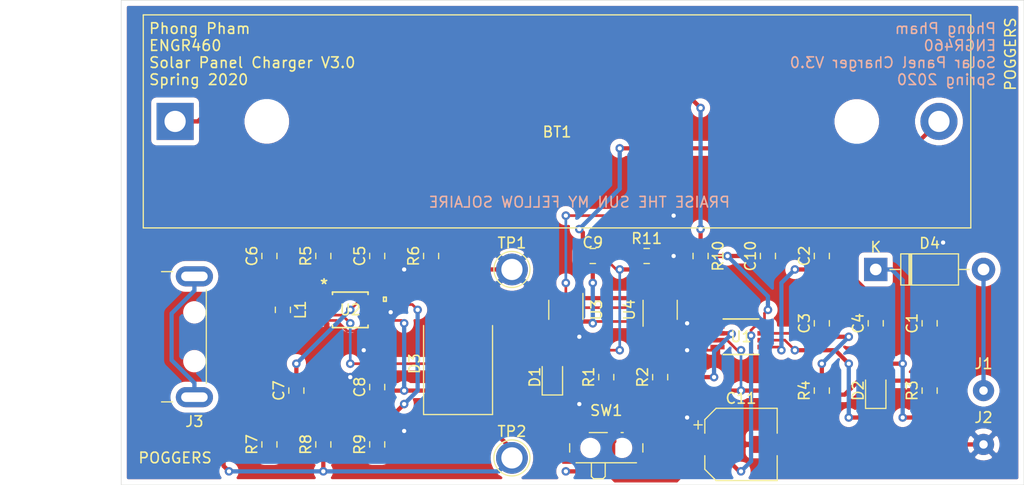
<source format=kicad_pcb>
(kicad_pcb (version 20171130) (host pcbnew "(5.1.2-1)-1")
  (layers (0 F.Cu signal) (31 B.Cu signal) (34 B.Paste user) (35 F.Paste user) (36 B.SilkS user) (37 F.SilkS user) (38 B.Mask user) (39 F.Mask user) (44 Edge.Cuts user))
  (net 0 "")
  (net 1 "Net-(BT1-Pad1)")
  (net 2 "Net-(C1-Pad2)")
  (net 3 "Net-(C1-Pad1)")
  (net 4 "Net-(C2-Pad1)")
  (net 5 "Net-(C3-Pad2)")
  (net 6 "Net-(C3-Pad1)")
  (net 7 "Net-(C7-Pad2)")
  (net 8 "Net-(C7-Pad1)")
  (net 9 "Net-(C8-Pad1)")
  (net 10 "Net-(C9-Pad1)")
  (net 11 "Net-(D1-Pad2)")
  (net 12 "Net-(D1-Pad1)")
  (net 13 "Net-(D2-Pad2)")
  (net 14 "Net-(D2-Pad1)")
  (net 15 "Net-(D3-Pad2)")
  (net 16 "Net-(D4-Pad2)")
  (net 17 "Net-(J3-Pad5)")
  (net 18 "Net-(J3-Pad3)")
  (net 19 "Net-(J3-Pad2)")
  (net 20 "Net-(L1-Pad1)")
  (net 21 "Net-(R2-Pad2)")
  (net 22 "Net-(R6-Pad1)")
  (net 23 "Net-(R7-Pad1)")
  (net 24 "Net-(R11-Pad1)")
  (net 25 "Net-(SW1-Pad3)")
  (net 26 "Net-(U2-Pad2)")
  (net 27 "Net-(U3-Pad4)")
  (net 28 "Net-(U3-Pad3)")
  (net 29 "Net-(U3-Pad1)")
  (net 30 "Net-(U4-Pad5)")
  (net 31 "Net-(U4-Pad2)")
  (net 32 "Net-(D4-Pad1)")
  (net 33 GND)
  (net 34 "Net-(BT1-Pad2)")
  (module Package_TO_SOT_SMD:SOT-23-6 (layer F.Cu) (at 137.16 129.54 90)
    (fp_text reference U4 (at 0 -2.9 90) (layer F.SilkS))
    (fp_text value DMG6968UDM)
    (pad 5 smd rect (at 1.1 0 90) (size 1.06 0.65) (layers F.Cu F.Paste F.Mask) (net 30 "Net-(U4-Pad5)"))
    (pad 6 smd rect (at 1.1 -0.95 90) (size 1.06 0.65) (layers F.Cu F.Paste F.Mask) (net 29 "Net-(U3-Pad1)"))
    (pad 4 smd rect (at 1.1 0.95 90) (size 1.06 0.65) (layers F.Cu F.Paste F.Mask) (net 28 "Net-(U3-Pad3)"))
    (pad 3 smd rect (at -1.1 0.95 90) (size 1.06 0.65) (layers F.Cu F.Paste F.Mask) (net 33 GND))
    (pad 2 smd rect (at -1.1 0 90) (size 1.06 0.65) (layers F.Cu F.Paste F.Mask) (net 31 "Net-(U4-Pad2)"))
    (pad 1 smd rect (at -1.1 -0.95 90) (size 1.06 0.65) (layers F.Cu F.Paste F.Mask) (net 34 "Net-(BT1-Pad2)"))
  )
  (module Capacitor_SMD:C_0805_2012Metric (layer F.Cu) (at 130.81 124.46 180)
    (fp_text reference C9 (at 0 1.27) (layer F.SilkS))
    (fp_text value 0.1)
    (pad 2 smd roundrect (at 0.9375 0 180) (size 0.975 1.4) (layers F.Cu F.Paste F.Mask) (net 34 "Net-(BT1-Pad2)"))
    (pad 1 smd roundrect (at -0.9375 0 180) (size 0.975 1.4) (layers F.Cu F.Paste F.Mask) (net 10 "Net-(C9-Pad1)"))
  )
  (module footprints:LTC4052EMS8E-4.2-PBF (layer F.Cu) (at 144.78 132.08)
    (fp_text reference U1 (at 0 0) (layer F.SilkS))
    (fp_text value LTC4052EMS8E-4.2-PBF hide)
    (pad 1 smd rect (at -2.21615 -0.97536) (size 1.3335 0.4318) (layers F.Cu F.Paste F.Mask) (net 21 "Net-(R2-Pad2)"))
    (pad 2 smd rect (at -2.21615 -0.32512) (size 1.3335 0.4318) (layers F.Cu F.Paste F.Mask) (net 12 "Net-(D1-Pad1)"))
    (pad 3 smd rect (at -2.21615 0.32512) (size 1.3335 0.4318) (layers F.Cu F.Paste F.Mask) (net 32 "Net-(D4-Pad1)"))
    (pad 4 smd rect (at -2.21615 0.97536) (size 1.3335 0.4318) (layers F.Cu F.Paste F.Mask) (net 33 GND))
    (pad 5 smd rect (at 2.21615 0.97536) (size 1.3335 0.4318) (layers F.Cu F.Paste F.Mask) (net 4 "Net-(C2-Pad1)"))
    (pad 6 smd rect (at 2.21615 0.32512) (size 1.3335 0.4318) (layers F.Cu F.Paste F.Mask) (net 14 "Net-(D2-Pad1)"))
    (pad 7 smd rect (at 2.21615 -0.32512) (size 1.3335 0.4318) (layers F.Cu F.Paste F.Mask) (net 5 "Net-(C3-Pad2)"))
    (pad 8 smd rect (at 2.21615 -0.97536) (size 1.3335 0.4318) (layers F.Cu F.Paste F.Mask) (net 1 "Net-(BT1-Pad1)"))
  )
  (module Package_TO_SOT_SMD:SOT-23-6 (layer F.Cu) (at 128.27 129.54 270)
    (fp_text reference U3 (at 0 -2.9 90) (layer F.SilkS))
    (fp_text value S-8261)
    (pad 5 smd rect (at 1.1 0 270) (size 1.06 0.65) (layers F.Cu F.Paste F.Mask) (net 10 "Net-(C9-Pad1)"))
    (pad 6 smd rect (at 1.1 -0.95 270) (size 1.06 0.65) (layers F.Cu F.Paste F.Mask) (net 34 "Net-(BT1-Pad2)"))
    (pad 4 smd rect (at 1.1 0.95 270) (size 1.06 0.65) (layers F.Cu F.Paste F.Mask) (net 27 "Net-(U3-Pad4)"))
    (pad 3 smd rect (at -1.1 0.95 270) (size 1.06 0.65) (layers F.Cu F.Paste F.Mask) (net 28 "Net-(U3-Pad3)"))
    (pad 2 smd rect (at -1.1 0 270) (size 1.06 0.65) (layers F.Cu F.Paste F.Mask) (net 24 "Net-(R11-Pad1)"))
    (pad 1 smd rect (at -1.1 -0.95 270) (size 1.06 0.65) (layers F.Cu F.Paste F.Mask) (net 29 "Net-(U3-Pad1)"))
  )
  (module footprints:LTC3440EMS-PBF (layer F.Cu) (at 107.95 129.54)
    (fp_text reference U2 (at 0 0 180) (layer F.SilkS))
    (fp_text value LTC3440EMS-PBF hide)
    (fp_text user * (at -2.47015 -2.37236) (layer F.SilkS))
    (fp_text user * (at -2.47015 -2.37236) (layer F.SilkS))
    (pad 10 smd rect (at 2.21615 -1.00076) (size 1.3335 0.2286) (layers F.Cu F.Paste F.Mask) (net 7 "Net-(C7-Pad2)"))
    (pad 9 smd rect (at 2.21615 -0.50038) (size 1.3335 0.2286) (layers F.Cu F.Paste F.Mask) (net 23 "Net-(R7-Pad1)"))
    (pad 8 smd rect (at 2.21615 0) (size 1.3335 0.2286) (layers F.Cu F.Paste F.Mask) (net 33 GND))
    (pad 7 smd rect (at 2.21615 0.50038) (size 1.3335 0.2286) (layers F.Cu F.Paste F.Mask) (net 33 GND))
    (pad 6 smd rect (at 2.21615 1.00076) (size 1.3335 0.2286) (layers F.Cu F.Paste F.Mask) (net 9 "Net-(C8-Pad1)"))
    (pad 5 smd rect (at -2.21615 1.00076) (size 1.3335 0.2286) (layers F.Cu F.Paste F.Mask) (net 33 GND))
    (pad 4 smd rect (at -2.21615 0.50038) (size 1.3335 0.2286) (layers F.Cu F.Paste F.Mask) (net 15 "Net-(D3-Pad2)"))
    (pad 3 smd rect (at -2.21615 0) (size 1.3335 0.2286) (layers F.Cu F.Paste F.Mask) (net 20 "Net-(L1-Pad1)"))
    (pad 2 smd rect (at -2.21615 -0.50038) (size 1.3335 0.2286) (layers F.Cu F.Paste F.Mask) (net 26 "Net-(U2-Pad2)"))
    (pad 1 smd rect (at -2.21615 -1.00076) (size 1.3335 0.2286) (layers F.Cu F.Paste F.Mask) (net 22 "Net-(R6-Pad1)"))
  )
  (module TestPoint:TestPoint_Plated_Hole_D2.0mm (layer F.Cu) (at 123.19 143.51)
    (fp_text reference TP2 (at 0 -2.498) (layer F.SilkS))
    (fp_text value Vo)
    (pad 1 thru_hole circle (at 0 0) (size 3 3) (drill 2) (layers *.Cu *.Mask) (net 9 "Net-(C8-Pad1)"))
  )
  (module TestPoint:TestPoint_Plated_Hole_D2.0mm (layer F.Cu) (at 123.19 125.73)
    (fp_text reference TP1 (at 0 -2.498) (layer F.SilkS))
    (fp_text value GND)
    (pad 1 thru_hole circle (at 0 0) (size 3 3) (drill 2) (layers *.Cu *.Mask) (net 33 GND))
  )
  (module Button_Switch_SMD:SW_SPDT_PCM12 (layer F.Cu) (at 132.08 142.24)
    (fp_text reference SW1 (at 0 -3.2) (layer F.SilkS))
    (fp_text value SW_SPDT)
    (pad "" smd rect (at -3.65 -0.78) (size 1 0.8) (layers F.Cu F.Paste F.Mask))
    (pad "" smd rect (at 3.65 -0.78) (size 1 0.8) (layers F.Cu F.Paste F.Mask))
    (pad "" smd rect (at 3.65 1.43) (size 1 0.8) (layers F.Cu F.Paste F.Mask))
    (pad "" smd rect (at -3.65 1.43) (size 1 0.8) (layers F.Cu F.Paste F.Mask))
    (pad 3 smd rect (at 2.25 -1.43) (size 0.7 1.5) (layers F.Cu F.Paste F.Mask) (net 25 "Net-(SW1-Pad3)"))
    (pad 2 smd rect (at 0.75 -1.43) (size 0.7 1.5) (layers F.Cu F.Paste F.Mask) (net 1 "Net-(BT1-Pad1)"))
    (pad 1 smd rect (at -2.25 -1.43) (size 0.7 1.5) (layers F.Cu F.Paste F.Mask) (net 33 GND))
    (pad "" np_thru_hole circle (at 1.5 0.33) (size 0.9 0.9) (drill 0.9) (layers *.Cu *.Mask))
    (pad "" np_thru_hole circle (at -1.5 0.33) (size 0.9 0.9) (drill 0.9) (layers *.Cu *.Mask))
  )
  (module Resistor_SMD:R_0805_2012Metric (layer F.Cu) (at 135.89 124.46)
    (fp_text reference R11 (at 0 -1.65) (layer F.SilkS))
    (fp_text value 2k)
    (pad 2 smd roundrect (at 0.9375 0) (size 0.975 1.4) (layers F.Cu F.Paste F.Mask) (net 33 GND))
    (pad 1 smd roundrect (at -0.9375 0) (size 0.975 1.4) (layers F.Cu F.Paste F.Mask) (net 24 "Net-(R11-Pad1)"))
  )
  (module Resistor_SMD:R_0805_2012Metric (layer F.Cu) (at 140.97 124.46 270)
    (fp_text reference R10 (at 0 -1.65 90) (layer F.SilkS))
    (fp_text value 470)
    (pad 2 smd roundrect (at 0.9375 0 270) (size 0.975 1.4) (layers F.Cu F.Paste F.Mask) (net 10 "Net-(C9-Pad1)"))
    (pad 1 smd roundrect (at -0.9375 0 270) (size 0.975 1.4) (layers F.Cu F.Paste F.Mask) (net 1 "Net-(BT1-Pad1)"))
  )
  (module Resistor_SMD:R_0805_2012Metric (layer F.Cu) (at 110.49 142.24 90)
    (fp_text reference R9 (at 0 -1.65 90) (layer F.SilkS))
    (fp_text value 200k)
    (pad 2 smd roundrect (at 0.9375 0 90) (size 0.975 1.4) (layers F.Cu F.Paste F.Mask) (net 33 GND))
    (pad 1 smd roundrect (at -0.9375 0 90) (size 0.975 1.4) (layers F.Cu F.Paste F.Mask) (net 23 "Net-(R7-Pad1)"))
  )
  (module Resistor_SMD:R_0805_2012Metric (layer F.Cu) (at 105.41 142.24 90)
    (fp_text reference R8 (at 0 -1.65 90) (layer F.SilkS))
    (fp_text value 619k)
    (pad 2 smd roundrect (at 0.9375 0 90) (size 0.975 1.4) (layers F.Cu F.Paste F.Mask) (net 23 "Net-(R7-Pad1)"))
    (pad 1 smd roundrect (at -0.9375 0 90) (size 0.975 1.4) (layers F.Cu F.Paste F.Mask) (net 9 "Net-(C8-Pad1)"))
  )
  (module Resistor_SMD:R_0805_2012Metric (layer F.Cu) (at 100.33 142.24 90)
    (fp_text reference R7 (at 0 -1.65 90) (layer F.SilkS))
    (fp_text value 15k)
    (pad 2 smd roundrect (at 0.9375 0 90) (size 0.975 1.4) (layers F.Cu F.Paste F.Mask) (net 8 "Net-(C7-Pad1)"))
    (pad 1 smd roundrect (at -0.9375 0 90) (size 0.975 1.4) (layers F.Cu F.Paste F.Mask) (net 23 "Net-(R7-Pad1)"))
  )
  (module Resistor_SMD:R_0805_2012Metric (layer F.Cu) (at 115.57 124.46 90)
    (fp_text reference R6 (at 0 -1.65 90) (layer F.SilkS))
    (fp_text value 60.4k)
    (pad 2 smd roundrect (at 0.9375 0 90) (size 0.975 1.4) (layers F.Cu F.Paste F.Mask) (net 33 GND))
    (pad 1 smd roundrect (at -0.9375 0 90) (size 0.975 1.4) (layers F.Cu F.Paste F.Mask) (net 22 "Net-(R6-Pad1)"))
  )
  (module Resistor_SMD:R_0805_2012Metric (layer F.Cu) (at 105.41 124.46 90)
    (fp_text reference R5 (at 0 -1.65 90) (layer F.SilkS))
    (fp_text value 1M)
    (pad 2 smd roundrect (at 0.9375 0 90) (size 0.975 1.4) (layers F.Cu F.Paste F.Mask) (net 33 GND))
    (pad 1 smd roundrect (at -0.9375 0 90) (size 0.975 1.4) (layers F.Cu F.Paste F.Mask) (net 33 GND))
  )
  (module Resistor_SMD:R_0805_2012Metric (layer F.Cu) (at 152.4 137.16 90)
    (fp_text reference R4 (at 0 -1.65 90) (layer F.SilkS))
    (fp_text value 10k)
    (pad 2 smd roundrect (at 0.9375 0 90) (size 0.975 1.4) (layers F.Cu F.Paste F.Mask) (net 6 "Net-(C3-Pad1)"))
    (pad 1 smd roundrect (at -0.9375 0 90) (size 0.975 1.4) (layers F.Cu F.Paste F.Mask) (net 32 "Net-(D4-Pad1)"))
  )
  (module Resistor_SMD:R_0805_2012Metric (layer F.Cu) (at 162.56 137.16 90)
    (fp_text reference R3 (at 0 -1.65 90) (layer F.SilkS))
    (fp_text value 1k)
    (pad 2 smd roundrect (at 0.9375 0 90) (size 0.975 1.4) (layers F.Cu F.Paste F.Mask) (net 13 "Net-(D2-Pad2)"))
    (pad 1 smd roundrect (at -0.9375 0 90) (size 0.975 1.4) (layers F.Cu F.Paste F.Mask) (net 32 "Net-(D4-Pad1)"))
  )
  (module Resistor_SMD:R_0805_2012Metric (layer F.Cu) (at 137.16 135.89 90)
    (fp_text reference R2 (at 0 -1.65 90) (layer F.SilkS))
    (fp_text value 0.05)
    (pad 2 smd roundrect (at 0.9375 0 90) (size 0.975 1.4) (layers F.Cu F.Paste F.Mask) (net 21 "Net-(R2-Pad2)"))
    (pad 1 smd roundrect (at -0.9375 0 90) (size 0.975 1.4) (layers F.Cu F.Paste F.Mask) (net 32 "Net-(D4-Pad1)"))
  )
  (module Resistor_SMD:R_0805_2012Metric (layer F.Cu) (at 132.08 135.89 90)
    (fp_text reference R1 (at 0 -1.65 90) (layer F.SilkS))
    (fp_text value 1K)
    (pad 2 smd roundrect (at 0.9375 0 90) (size 0.975 1.4) (layers F.Cu F.Paste F.Mask) (net 11 "Net-(D1-Pad2)"))
    (pad 1 smd roundrect (at -0.9375 0 90) (size 0.975 1.4) (layers F.Cu F.Paste F.Mask) (net 32 "Net-(D4-Pad1)"))
  )
  (module Inductor_SMD:L_0805_2012Metric (layer F.Cu) (at 101.6 129.54 270)
    (fp_text reference L1 (at 0 -1.65 90) (layer F.SilkS))
    (fp_text value 10u)
    (pad 2 smd roundrect (at 0.9375 0 270) (size 0.975 1.4) (layers F.Cu F.Paste F.Mask) (net 15 "Net-(D3-Pad2)"))
    (pad 1 smd roundrect (at -0.9375 0 270) (size 0.975 1.4) (layers F.Cu F.Paste F.Mask) (net 20 "Net-(L1-Pad1)"))
  )
  (module Connector_USB:USB_A_CNCTech_1001-011-01101_Horizontal (layer F.Cu) (at 86.36 132.08 180)
    (fp_text reference J3 (at -6.9 -8) (layer F.SilkS))
    (fp_text value USB_A)
    (pad "" np_thru_hole circle (at -6.9 2.3 180) (size 1.1 1.1) (drill 1.1) (layers *.Cu *.Mask))
    (pad "" np_thru_hole circle (at -6.9 -2.3 180) (size 1.1 1.1) (drill 1.1) (layers *.Cu *.Mask))
    (pad 5 thru_hole oval (at -6.9 5.7 180) (size 3.5 1.9) (drill oval 2.5 0.9) (layers *.Cu *.Mask) (net 17 "Net-(J3-Pad5)"))
    (pad 5 thru_hole oval (at -6.9 -5.7 180) (size 3.5 1.9) (drill oval 2.5 0.9) (layers *.Cu *.Mask) (net 17 "Net-(J3-Pad5)"))
    (pad 4 smd rect (at -9.65 3.5 180) (size 2.5 1.1) (layers F.Cu F.Paste F.Mask) (net 33 GND))
    (pad 1 smd rect (at -9.65 -3.5 180) (size 2.5 1.1) (layers F.Cu F.Paste F.Mask) (net 9 "Net-(C8-Pad1)"))
    (pad 3 smd rect (at -9.65 1 180) (size 2.5 1.1) (layers F.Cu F.Paste F.Mask) (net 18 "Net-(J3-Pad3)"))
    (pad 2 smd rect (at -9.65 -1 180) (size 2.5 1.1) (layers F.Cu F.Paste F.Mask) (net 19 "Net-(J3-Pad2)"))
  )
  (module Connector_Wire:SolderWirePad_1x01_Drill0.8mm (layer F.Cu) (at 167.64 142.24)
    (fp_text reference J2 (at 0 -2.54) (layer F.SilkS))
    (fp_text value Conn_01x01_Male)
    (pad 1 thru_hole circle (at 0 0) (size 1.99898 1.99898) (drill 0.8001) (layers *.Cu *.Mask) (net 33 GND))
  )
  (module Connector_Wire:SolderWirePad_1x01_Drill0.8mm (layer F.Cu) (at 167.64 137.16)
    (fp_text reference J1 (at 0 -2.54) (layer F.SilkS))
    (fp_text value Conn_01x01_Male)
    (pad 1 thru_hole circle (at 0 0) (size 1.99898 1.99898) (drill 0.8001) (layers *.Cu *.Mask) (net 16 "Net-(D4-Pad2)"))
  )
  (module Diode_THT:D_DO-41_SOD81_P10.16mm_Horizontal (layer F.Cu) (at 157.48 125.73)
    (fp_text reference D4 (at 5.08 -2.47) (layer F.SilkS))
    (fp_text value 1N4007)
    (fp_text user K (at 0 -2.1) (layer F.SilkS))
    (pad 2 thru_hole oval (at 10.16 0) (size 2.2 2.2) (drill 1.1) (layers *.Cu *.Mask) (net 16 "Net-(D4-Pad2)"))
    (pad 1 thru_hole rect (at 0 0) (size 2.2 2.2) (drill 1.1) (layers *.Cu *.Mask) (net 32 "Net-(D4-Pad1)"))
  )
  (module Diode_SMD:D_SMC (layer F.Cu) (at 118.11 134.62 90)
    (fp_text reference D3 (at 0 -4.1 90) (layer F.SilkS))
    (fp_text value D_Schottky)
    (pad 2 smd rect (at 3.4 0 180) (size 3.3 2.5) (layers F.Cu F.Paste F.Mask) (net 15 "Net-(D3-Pad2)"))
    (pad 1 smd rect (at -3.4 0 180) (size 3.3 2.5) (layers F.Cu F.Paste F.Mask) (net 9 "Net-(C8-Pad1)"))
  )
  (module LED_SMD:LED_0805_2012Metric (layer F.Cu) (at 157.48 137.16 90)
    (fp_text reference D2 (at 0 -1.65 90) (layer F.SilkS))
    (fp_text value "Charge Status" hide)
    (pad 2 smd roundrect (at 0.9375 0 90) (size 0.975 1.4) (layers F.Cu F.Paste F.Mask) (net 13 "Net-(D2-Pad2)"))
    (pad 1 smd roundrect (at -0.9375 0 90) (size 0.975 1.4) (layers F.Cu F.Paste F.Mask) (net 14 "Net-(D2-Pad1)"))
  )
  (module LED_SMD:LED_0805_2012Metric (layer F.Cu) (at 127 135.89 90)
    (fp_text reference D1 (at 0 -1.65 90) (layer F.SilkS))
    (fp_text value "AC PRESENT")
    (pad 2 smd roundrect (at 0.9375 0 90) (size 0.975 1.4) (layers F.Cu F.Paste F.Mask) (net 11 "Net-(D1-Pad2)"))
    (pad 1 smd roundrect (at -0.9375 0 90) (size 0.975 1.4) (layers F.Cu F.Paste F.Mask) (net 12 "Net-(D1-Pad1)"))
  )
  (module Capacitor_SMD:CP_Elec_6.3x5.4_Nichicon (layer F.Cu) (at 144.78 142.24)
    (fp_text reference C11 (at 0 -4.35) (layer F.SilkS))
    (fp_text value 100u)
    (pad 2 smd roundrect (at 2.7 0) (size 3.5 1.6) (layers F.Cu F.Paste F.Mask) (roundrect_rratio 0.15625) (net 33 GND))
    (pad 1 smd roundrect (at -2.7 0) (size 3.5 1.6) (layers F.Cu F.Paste F.Mask) (roundrect_rratio 0.15625) (net 1 "Net-(BT1-Pad1)"))
  )
  (module Capacitor_SMD:C_0805_2012Metric (layer F.Cu) (at 147.32 124.46 90)
    (fp_text reference C10 (at 0 -1.65 90) (layer F.SilkS))
    (fp_text value 10u)
    (pad 2 smd roundrect (at 0.9375 0 90) (size 0.975 1.4) (layers F.Cu F.Paste F.Mask) (net 33 GND))
    (pad 1 smd roundrect (at -0.9375 0 90) (size 0.975 1.4) (layers F.Cu F.Paste F.Mask) (net 1 "Net-(BT1-Pad1)"))
  )
  (module Capacitor_SMD:C_0805_2012Metric (layer F.Cu) (at 110.49 136.8275 90)
    (fp_text reference C8 (at 0 -1.65 90) (layer F.SilkS))
    (fp_text value 22u)
    (pad 2 smd roundrect (at 0.9375 0 90) (size 0.975 1.4) (layers F.Cu F.Paste F.Mask) (net 33 GND))
    (pad 1 smd roundrect (at -0.9375 0 90) (size 0.975 1.4) (layers F.Cu F.Paste F.Mask) (net 9 "Net-(C8-Pad1)"))
  )
  (module Capacitor_SMD:C_0805_2012Metric (layer F.Cu) (at 102.87 137.16 90)
    (fp_text reference C7 (at 0 -1.65 90) (layer F.SilkS))
    (fp_text value 1.5n)
    (pad 2 smd roundrect (at 0.9375 0 90) (size 0.975 1.4) (layers F.Cu F.Paste F.Mask) (net 7 "Net-(C7-Pad2)"))
    (pad 1 smd roundrect (at -0.9375 0 90) (size 0.975 1.4) (layers F.Cu F.Paste F.Mask) (net 8 "Net-(C7-Pad1)"))
  )
  (module Capacitor_SMD:C_0805_2012Metric (layer F.Cu) (at 100.33 124.46 90)
    (fp_text reference C6 (at 0 -1.65 90) (layer F.SilkS))
    (fp_text value 0.1u)
    (pad 2 smd roundrect (at 0.9375 0 90) (size 0.975 1.4) (layers F.Cu F.Paste F.Mask) (net 33 GND))
    (pad 1 smd roundrect (at -0.9375 0 90) (size 0.975 1.4) (layers F.Cu F.Paste F.Mask) (net 33 GND))
  )
  (module Capacitor_SMD:C_0805_2012Metric (layer F.Cu) (at 110.49 124.46 90)
    (fp_text reference C5 (at 0 -1.65 90) (layer F.SilkS))
    (fp_text value 10u)
    (pad 2 smd roundrect (at 0.9375 0 90) (size 0.975 1.4) (layers F.Cu F.Paste F.Mask) (net 33 GND))
    (pad 1 smd roundrect (at -0.9375 0 90) (size 0.975 1.4) (layers F.Cu F.Paste F.Mask) (net 33 GND))
  )
  (module Capacitor_SMD:C_0805_2012Metric (layer F.Cu) (at 157.48 130.81 90)
    (fp_text reference C4 (at 0 -1.65 90) (layer F.SilkS))
    (fp_text value 0.022u)
    (pad 2 smd roundrect (at 0.9375 0 90) (size 0.975 1.4) (layers F.Cu F.Paste F.Mask) (net 33 GND))
    (pad 1 smd roundrect (at -0.9375 0 90) (size 0.975 1.4) (layers F.Cu F.Paste F.Mask) (net 5 "Net-(C3-Pad2)"))
  )
  (module Capacitor_SMD:C_0805_2012Metric (layer F.Cu) (at 152.4 130.81 90)
    (fp_text reference C3 (at 0 -1.65 90) (layer F.SilkS))
    (fp_text value 0.047u)
    (pad 2 smd roundrect (at 0.9375 0 90) (size 0.975 1.4) (layers F.Cu F.Paste F.Mask) (net 5 "Net-(C3-Pad2)"))
    (pad 1 smd roundrect (at -0.9375 0 90) (size 0.975 1.4) (layers F.Cu F.Paste F.Mask) (net 6 "Net-(C3-Pad1)"))
  )
  (module Capacitor_SMD:C_0805_2012Metric (layer F.Cu) (at 152.4 124.46 90)
    (fp_text reference C2 (at 0 -1.65 90) (layer F.SilkS))
    (fp_text value 0.1u)
    (pad 2 smd roundrect (at 0.9375 0 90) (size 0.975 1.4) (layers F.Cu F.Paste F.Mask) (net 33 GND))
    (pad 1 smd roundrect (at -0.9375 0 90) (size 0.975 1.4) (layers F.Cu F.Paste F.Mask) (net 4 "Net-(C2-Pad1)"))
  )
  (module Capacitor_SMD:C_0805_2012Metric (layer F.Cu) (at 162.56 130.81 90)
    (fp_text reference C1 (at 0 -1.65 90) (layer F.SilkS))
    (fp_text value 1uF)
    (pad 2 smd roundrect (at 0.9375 0 90) (size 0.975 1.4) (layers F.Cu F.Paste F.Mask) (net 2 "Net-(C1-Pad2)"))
    (pad 1 smd roundrect (at -0.9375 0 90) (size 0.975 1.4) (layers F.Cu F.Paste F.Mask) (net 3 "Net-(C1-Pad1)"))
  )
  (module Battery:BatteryHolder_MPD_BH-18650-PC2 (layer F.Cu) (at 91.44 111.76)
    (fp_text reference BT1 (at 36 1) (layer F.SilkS))
    (fp_text value Battery_Cell)
    (pad "" np_thru_hole circle (at 64.255 0) (size 3.2 3.2) (drill 3.2) (layers *.Cu *.Mask))
    (pad "" np_thru_hole circle (at 8.645 0) (size 3.2 3.2) (drill 3.2) (layers *.Cu *.Mask))
    (pad 1 thru_hole rect (at 0 0) (size 3.5 3.5) (drill 2) (layers *.Cu *.Mask) (net 1 "Net-(BT1-Pad1)"))
    (pad 2 thru_hole circle (at 72 0) (size 3.5 3.5) (drill 2) (layers *.Cu *.Mask) (net 34 "Net-(BT1-Pad2)"))
  )
  (gr_text "Phong Pham\nENGR460\nSolar Panel Charger V3.0\nSpring 2020" (at 168.91 105.41) (layer B.SilkS) (effects (font (size 1 1)) (justify left mirror)))
  (gr_text "PRAISE THE SUN MY FELLOW SOLAIRE" (at 129.54 119.38) (layer B.SilkS) (effects (font (size 1 1)) (justify mirror)))
  (gr_text POGGERS (at 170.18 105.41 90) (layer F.SilkS) (effects (font (size 1 1))))
  (gr_text POGGERS (at 91.44 143.51) (layer F.SilkS) (effects (font (size 1 1))))
  (gr_text "Phong Pham\nENGR460\nSolar Panel Charger V3.0\nSpring 2020" (at 88.9 105.41) (layer F.SilkS) (effects (font (size 1 1)) (justify left)))
  (gr_line (start 86.36 100.33) (end 86.36 101.6) (layer Edge.Cuts) (width 0.05))
  (gr_line (start 171.45 100.33) (end 86.36 100.33) (layer Edge.Cuts) (width 0.05))
  (gr_line (start 171.45 146.05) (end 171.45 100.33) (layer Edge.Cuts) (width 0.05))
  (gr_line (start 86.36 146.05) (end 171.45 146.05) (layer Edge.Cuts) (width 0.05))
  (gr_line (start 86.36 144.78) (end 86.36 146.05) (layer Edge.Cuts) (width 0.05))
  (gr_line (start 86.36 143.51) (end 86.36 144.78) (layer Edge.Cuts) (width 0.05))
  (gr_line (start 86.36 101.6) (end 86.36 143.51) (layer Edge.Cuts) (width 0.05))
  (via (at 147.32 129.54) (size 0.8) (drill 0.4) (layers F.Cu B.Cu) (net 1))
  (segment (start 146.99615 129.86385) (end 147.32 129.54) (width 0.25) (layer F.Cu) (net 1))
  (segment (start 146.99615 131.10464) (end 146.99615 129.86385) (width 0.25) (layer F.Cu) (net 1))
  (segment (start 147.32 128.27) (end 143.51 124.46) (width 0.4) (layer B.Cu) (net 1))
  (via (at 143.51 124.46) (size 0.8) (drill 0.4) (layers F.Cu B.Cu) (net 1))
  (segment (start 147.32 129.54) (end 147.32 128.27) (width 0.4) (layer B.Cu) (net 1))
  (segment (start 141.9075 124.46) (end 140.97 123.5225) (width 0.4) (layer F.Cu) (net 1))
  (segment (start 143.51 124.46) (end 141.9075 124.46) (width 0.4) (layer F.Cu) (net 1))
  (segment (start 146.3825 124.46) (end 147.32 125.3975) (width 0.4) (layer F.Cu) (net 1))
  (segment (start 143.51 124.46) (end 146.3825 124.46) (width 0.4) (layer F.Cu) (net 1))
  (via (at 145.729398 131.970771) (size 0.8) (drill 0.4) (layers F.Cu B.Cu) (net 1))
  (segment (start 146.0794 131.10464) (end 145.729398 131.454642) (width 0.25) (layer F.Cu) (net 1))
  (segment (start 145.729398 131.454642) (end 145.729398 131.970771) (width 0.25) (layer F.Cu) (net 1))
  (segment (start 146.99615 131.10464) (end 146.0794 131.10464) (width 0.25) (layer F.Cu) (net 1))
  (via (at 144.78 144.78) (size 0.8) (drill 0.4) (layers F.Cu B.Cu) (net 1))
  (segment (start 145.729398 143.830602) (end 144.78 144.78) (width 0.4) (layer B.Cu) (net 1))
  (segment (start 145.729398 131.970771) (end 145.729398 143.830602) (width 0.4) (layer B.Cu) (net 1))
  (segment (start 144.62 144.78) (end 142.08 142.24) (width 0.4) (layer F.Cu) (net 1))
  (segment (start 144.78 144.78) (end 144.62 144.78) (width 0.4) (layer F.Cu) (net 1))
  (segment (start 132.729999 145.429999) (end 132.92499 145.62499) (width 0.4) (layer F.Cu) (net 1))
  (segment (start 132.729999 141.310001) (end 132.729999 145.429999) (width 0.4) (layer F.Cu) (net 1))
  (segment (start 132.83 141.21) (end 132.729999 141.310001) (width 0.4) (layer F.Cu) (net 1))
  (segment (start 132.83 140.81) (end 132.83 141.21) (width 0.4) (layer F.Cu) (net 1))
  (segment (start 138.69501 145.62499) (end 142.08 142.24) (width 0.4) (layer F.Cu) (net 1))
  (segment (start 132.92499 145.62499) (end 138.69501 145.62499) (width 0.4) (layer F.Cu) (net 1))
  (via (at 128.27 144.78) (size 0.8) (drill 0.4) (layers F.Cu B.Cu) (net 1))
  (segment (start 130.01 144.78) (end 128.27 144.78) (width 0.4) (layer F.Cu) (net 1))
  (segment (start 132.83 141.96) (end 130.01 144.78) (width 0.4) (layer F.Cu) (net 1))
  (segment (start 132.83 140.81) (end 132.83 141.96) (width 0.4) (layer F.Cu) (net 1))
  (via (at 140.97 121.92) (size 0.8) (drill 0.4) (layers F.Cu B.Cu) (net 1))
  (segment (start 140.97 123.5225) (end 140.97 121.92) (width 0.4) (layer F.Cu) (net 1))
  (via (at 140.97 110.49) (size 0.8) (drill 0.4) (layers F.Cu B.Cu) (net 1))
  (segment (start 140.97 121.92) (end 140.97 110.49) (width 0.4) (layer B.Cu) (net 1))
  (segment (start 96.13 109.22) (end 93.59 111.76) (width 0.4) (layer F.Cu) (net 1))
  (segment (start 139.7 109.22) (end 96.13 109.22) (width 0.4) (layer F.Cu) (net 1))
  (segment (start 93.59 111.76) (end 91.44 111.76) (width 0.4) (layer F.Cu) (net 1))
  (segment (start 140.97 110.49) (end 139.7 109.22) (width 0.4) (layer F.Cu) (net 1))
  (via (at 148.59 133.35) (size 0.8) (drill 0.4) (layers F.Cu B.Cu) (net 4))
  (segment (start 148.29536 133.05536) (end 148.59 133.35) (width 0.25) (layer F.Cu) (net 4))
  (segment (start 146.99615 133.05536) (end 148.29536 133.05536) (width 0.25) (layer F.Cu) (net 4))
  (via (at 149.86 125.73) (size 0.8) (drill 0.4) (layers F.Cu B.Cu) (net 4))
  (segment (start 148.59 127) (end 149.86 125.73) (width 0.4) (layer B.Cu) (net 4))
  (segment (start 148.59 133.35) (end 148.59 127) (width 0.4) (layer B.Cu) (net 4))
  (segment (start 152.0675 125.73) (end 152.4 125.3975) (width 0.4) (layer F.Cu) (net 4))
  (segment (start 149.86 125.73) (end 152.0675 125.73) (width 0.4) (layer F.Cu) (net 4))
  (segment (start 150.51762 131.75488) (end 152.4 129.8725) (width 0.25) (layer F.Cu) (net 5))
  (segment (start 146.99615 131.75488) (end 150.51762 131.75488) (width 0.25) (layer F.Cu) (net 5))
  (segment (start 155.605 129.8725) (end 157.48 131.7475) (width 0.4) (layer F.Cu) (net 5))
  (segment (start 152.4 129.8725) (end 155.605 129.8725) (width 0.4) (layer F.Cu) (net 5))
  (via (at 152.4 134.62) (size 0.8) (drill 0.4) (layers F.Cu B.Cu) (net 6))
  (segment (start 152.4 136.2225) (end 152.4 134.62) (width 0.4) (layer F.Cu) (net 6))
  (via (at 154.94 132.08) (size 0.8) (drill 0.4) (layers F.Cu B.Cu) (net 6))
  (segment (start 152.4 134.62) (end 154.94 132.08) (width 0.4) (layer B.Cu) (net 6))
  (segment (start 152.7325 132.08) (end 152.4 131.7475) (width 0.4) (layer F.Cu) (net 6))
  (segment (start 154.94 132.08) (end 152.7325 132.08) (width 0.4) (layer F.Cu) (net 6))
  (via (at 107.95 129.54) (size 0.8) (drill 0.4) (layers F.Cu B.Cu) (net 7))
  (segment (start 108.95076 128.53924) (end 107.95 129.54) (width 0.25) (layer F.Cu) (net 7))
  (segment (start 110.16615 128.53924) (end 108.95076 128.53924) (width 0.25) (layer F.Cu) (net 7))
  (via (at 102.87 134.62) (size 0.8) (drill 0.4) (layers F.Cu B.Cu) (net 7))
  (segment (start 107.95 129.54) (end 102.87 134.62) (width 0.4) (layer B.Cu) (net 7))
  (segment (start 102.87 134.62) (end 102.87 136.2225) (width 0.4) (layer F.Cu) (net 7))
  (segment (start 100.33 140.6375) (end 102.87 138.0975) (width 0.4) (layer F.Cu) (net 8))
  (segment (start 100.33 141.3025) (end 100.33 140.6375) (width 0.4) (layer F.Cu) (net 8))
  (via (at 113.03 130.81) (size 0.8) (drill 0.4) (layers F.Cu B.Cu) (net 9))
  (segment (start 112.76076 130.54076) (end 113.03 130.81) (width 0.25) (layer F.Cu) (net 9))
  (segment (start 110.16615 130.54076) (end 112.76076 130.54076) (width 0.25) (layer F.Cu) (net 9))
  (via (at 113.03 137.16) (size 0.8) (drill 0.4) (layers F.Cu B.Cu) (net 9))
  (segment (start 113.03 130.81) (end 113.03 137.16) (width 0.4) (layer B.Cu) (net 9))
  (segment (start 117.25 137.16) (end 118.11 138.02) (width 0.4) (layer F.Cu) (net 9))
  (segment (start 113.03 137.16) (end 117.25 137.16) (width 0.4) (layer F.Cu) (net 9))
  (segment (start 123.19 142.7) (end 123.19 143.51) (width 0.4) (layer F.Cu) (net 9))
  (segment (start 118.51 138.02) (end 123.19 142.7) (width 0.4) (layer F.Cu) (net 9))
  (segment (start 118.11 138.02) (end 118.51 138.02) (width 0.4) (layer F.Cu) (net 9))
  (segment (start 111.095 137.16) (end 110.49 137.765) (width 0.4) (layer F.Cu) (net 9))
  (segment (start 113.03 137.16) (end 111.095 137.16) (width 0.4) (layer F.Cu) (net 9))
  (via (at 96.52 144.78) (size 0.8) (drill 0.4) (layers F.Cu B.Cu) (net 9))
  (segment (start 96.01 144.27) (end 96.52 144.78) (width 0.4) (layer F.Cu) (net 9))
  (segment (start 96.01 135.58) (end 96.01 144.27) (width 0.4) (layer F.Cu) (net 9))
  (via (at 105.41 144.78) (size 0.8) (drill 0.4) (layers F.Cu B.Cu) (net 9))
  (segment (start 96.52 144.78) (end 105.41 144.78) (width 0.4) (layer B.Cu) (net 9))
  (segment (start 105.41 144.78) (end 105.41 143.1775) (width 0.4) (layer F.Cu) (net 9))
  (segment (start 121.92 144.78) (end 123.19 143.51) (width 0.4) (layer B.Cu) (net 9))
  (segment (start 105.41 144.78) (end 121.92 144.78) (width 0.4) (layer B.Cu) (net 9))
  (segment (start 128.27 130.64) (end 128.27 133.35) (width 0.25) (layer F.Cu) (net 10))
  (via (at 133.35 133.35) (size 0.8) (drill 0.4) (layers F.Cu B.Cu) (net 10))
  (segment (start 128.27 133.35) (end 133.35 133.35) (width 0.25) (layer F.Cu) (net 10))
  (via (at 133.35 125.73) (size 0.8) (drill 0.4) (layers F.Cu B.Cu) (net 10))
  (segment (start 133.35 133.35) (end 133.35 125.73) (width 0.25) (layer B.Cu) (net 10))
  (segment (start 133.0175 125.73) (end 131.7475 124.46) (width 0.25) (layer F.Cu) (net 10))
  (segment (start 133.35 125.73) (end 133.0175 125.73) (width 0.25) (layer F.Cu) (net 10))
  (segment (start 140.6375 125.73) (end 140.97 125.3975) (width 0.4) (layer F.Cu) (net 10))
  (segment (start 133.35 125.73) (end 140.6375 125.73) (width 0.4) (layer F.Cu) (net 10))
  (segment (start 127 134.9525) (end 132.08 134.9525) (width 0.4) (layer F.Cu) (net 11))
  (via (at 143.900712 131.814246) (size 0.8) (drill 0.4) (layers F.Cu B.Cu) (net 12))
  (segment (start 143.841346 131.75488) (end 143.900712 131.814246) (width 0.4) (layer F.Cu) (net 12))
  (segment (start 142.56385 131.75488) (end 143.841346 131.75488) (width 0.4) (layer F.Cu) (net 12))
  (via (at 142.24 135.89) (size 0.8) (drill 0.4) (layers F.Cu B.Cu) (net 12))
  (segment (start 142.24 133.474958) (end 142.24 135.89) (width 0.4) (layer B.Cu) (net 12))
  (segment (start 143.900712 131.814246) (end 142.24 133.474958) (width 0.4) (layer B.Cu) (net 12))
  (segment (start 127.9375 135.89) (end 127 136.8275) (width 0.4) (layer F.Cu) (net 12))
  (segment (start 142.24 135.89) (end 127.9375 135.89) (width 0.4) (layer F.Cu) (net 12))
  (segment (start 157.48 136.2225) (end 162.56 136.2225) (width 0.4) (layer F.Cu) (net 13))
  (via (at 149.86 133.35) (size 0.8) (drill 0.4) (layers F.Cu B.Cu) (net 14))
  (segment (start 148.91512 132.40512) (end 149.86 133.35) (width 0.25) (layer F.Cu) (net 14))
  (segment (start 146.99615 132.40512) (end 148.91512 132.40512) (width 0.25) (layer F.Cu) (net 14))
  (via (at 154.94 134.62) (size 0.8) (drill 0.4) (layers F.Cu B.Cu) (net 14))
  (segment (start 153.67 133.35) (end 154.94 134.62) (width 0.4) (layer F.Cu) (net 14))
  (segment (start 149.86 133.35) (end 153.67 133.35) (width 0.4) (layer F.Cu) (net 14))
  (via (at 154.94 139.7) (size 0.8) (drill 0.4) (layers F.Cu B.Cu) (net 14))
  (segment (start 154.94 134.62) (end 154.94 139.7) (width 0.4) (layer B.Cu) (net 14))
  (segment (start 155.8775 139.7) (end 157.48 138.0975) (width 0.4) (layer F.Cu) (net 14))
  (segment (start 154.94 139.7) (end 155.8775 139.7) (width 0.4) (layer F.Cu) (net 14))
  (segment (start 102.03712 130.04038) (end 101.6 130.4775) (width 0.25) (layer F.Cu) (net 15))
  (segment (start 105.73385 130.04038) (end 102.03712 130.04038) (width 0.25) (layer F.Cu) (net 15))
  (via (at 107.95 130.81) (size 0.8) (drill 0.4) (layers F.Cu B.Cu) (net 15))
  (segment (start 107.18038 130.04038) (end 107.95 130.81) (width 0.25) (layer F.Cu) (net 15))
  (segment (start 105.73385 130.04038) (end 107.18038 130.04038) (width 0.25) (layer F.Cu) (net 15))
  (via (at 107.95 134.62) (size 0.8) (drill 0.4) (layers F.Cu B.Cu) (net 15))
  (segment (start 107.95 130.81) (end 107.95 134.62) (width 0.25) (layer B.Cu) (net 15))
  (segment (start 118.11 132.72) (end 118.11 131.22) (width 0.25) (layer F.Cu) (net 15))
  (segment (start 116.21 134.62) (end 118.11 132.72) (width 0.25) (layer F.Cu) (net 15))
  (segment (start 107.95 134.62) (end 116.21 134.62) (width 0.25) (layer F.Cu) (net 15))
  (segment (start 167.64 125.73) (end 167.64 137.16) (width 0.4) (layer B.Cu) (net 16))
  (segment (start 93.26 136.43) (end 93.26 137.78) (width 0.4) (layer B.Cu) (net 17))
  (segment (start 91.11 134.28) (end 93.26 136.43) (width 0.4) (layer B.Cu) (net 17))
  (segment (start 91.11 129.88) (end 91.11 134.28) (width 0.4) (layer B.Cu) (net 17))
  (segment (start 93.26 127.73) (end 91.11 129.88) (width 0.4) (layer B.Cu) (net 17))
  (segment (start 93.26 126.38) (end 93.26 127.73) (width 0.4) (layer B.Cu) (net 17))
  (segment (start 102.5375 129.54) (end 101.6 128.6025) (width 0.25) (layer F.Cu) (net 20))
  (segment (start 105.73385 129.54) (end 102.5375 129.54) (width 0.25) (layer F.Cu) (net 20))
  (segment (start 140.478362 131.10464) (end 138.233002 133.35) (width 0.25) (layer F.Cu) (net 21))
  (segment (start 142.56385 131.10464) (end 140.478362 131.10464) (width 0.25) (layer F.Cu) (net 21))
  (segment (start 138.233002 133.879498) (end 137.16 134.9525) (width 0.25) (layer F.Cu) (net 21))
  (segment (start 138.233002 133.35) (end 138.233002 133.879498) (width 0.25) (layer F.Cu) (net 21))
  (segment (start 105.73385 128.53924) (end 105.73385 127.32385) (width 0.25) (layer F.Cu) (net 22))
  (segment (start 106.0577 127) (end 105.73385 127.32385) (width 0.4) (layer F.Cu) (net 22))
  (segment (start 113.9675 127) (end 106.0577 127) (width 0.4) (layer F.Cu) (net 22))
  (segment (start 115.57 125.3975) (end 113.9675 127) (width 0.4) (layer F.Cu) (net 22))
  (segment (start 113.79962 129.03962) (end 114.3 129.54) (width 0.25) (layer F.Cu) (net 23))
  (via (at 114.3 129.54) (size 0.8) (drill 0.4) (layers F.Cu B.Cu) (net 23))
  (segment (start 110.16615 129.03962) (end 113.79962 129.03962) (width 0.25) (layer F.Cu) (net 23))
  (segment (start 102.205 141.3025) (end 100.33 143.1775) (width 0.4) (layer F.Cu) (net 23))
  (segment (start 105.41 141.3025) (end 102.205 141.3025) (width 0.4) (layer F.Cu) (net 23))
  (segment (start 108.615 141.3025) (end 110.49 143.1775) (width 0.4) (layer F.Cu) (net 23))
  (segment (start 105.41 141.3025) (end 108.615 141.3025) (width 0.4) (layer F.Cu) (net 23))
  (via (at 113.03 138.43) (size 0.8) (drill 0.4) (layers F.Cu B.Cu) (net 23))
  (segment (start 114.3 137.16) (end 113.03 138.43) (width 0.4) (layer B.Cu) (net 23))
  (segment (start 114.3 129.54) (end 114.3 137.16) (width 0.4) (layer B.Cu) (net 23))
  (segment (start 106.29751 140.41499) (end 105.966237 140.746263) (width 0.4) (layer F.Cu) (net 23))
  (segment (start 105.966237 140.746263) (end 105.41 141.3025) (width 0.4) (layer F.Cu) (net 23))
  (segment (start 111.04501 140.41499) (end 106.29751 140.41499) (width 0.4) (layer F.Cu) (net 23))
  (segment (start 113.03 138.43) (end 111.04501 140.41499) (width 0.4) (layer F.Cu) (net 23))
  (via (at 128.27 127) (size 0.8) (drill 0.4) (layers F.Cu B.Cu) (net 24))
  (segment (start 128.27 128.44) (end 128.27 127) (width 0.25) (layer F.Cu) (net 24))
  (via (at 128.27 120.65) (size 0.8) (drill 0.4) (layers F.Cu B.Cu) (net 24))
  (segment (start 128.27 127) (end 128.27 120.65) (width 0.25) (layer B.Cu) (net 24))
  (segment (start 128.27 120.65) (end 134.62 120.65) (width 0.25) (layer F.Cu) (net 24))
  (segment (start 134.9525 120.9825) (end 134.9525 124.46) (width 0.25) (layer F.Cu) (net 24))
  (segment (start 134.62 120.65) (end 134.9525 120.9825) (width 0.25) (layer F.Cu) (net 24))
  (segment (start 138.11 129.22) (end 138.11 128.44) (width 0.25) (layer F.Cu) (net 28))
  (segment (start 137.995011 129.334989) (end 138.11 129.22) (width 0.25) (layer F.Cu) (net 28))
  (segment (start 127.434989 129.334989) (end 137.995011 129.334989) (width 0.25) (layer F.Cu) (net 28))
  (segment (start 127.32 129.22) (end 127.434989 129.334989) (width 0.25) (layer F.Cu) (net 28))
  (segment (start 127.32 128.44) (end 127.32 129.22) (width 0.25) (layer F.Cu) (net 28))
  (segment (start 129.22 128.44) (end 136.21 128.44) (width 0.4) (layer F.Cu) (net 29))
  (via (at 144.78 133.35) (size 0.8) (drill 0.4) (layers F.Cu B.Cu) (net 32))
  (segment (start 144.42548 133.35) (end 144.78 133.35) (width 0.25) (layer F.Cu) (net 32))
  (segment (start 143.4806 132.40512) (end 144.42548 133.35) (width 0.25) (layer F.Cu) (net 32))
  (segment (start 142.56385 132.40512) (end 143.4806 132.40512) (width 0.25) (layer F.Cu) (net 32))
  (via (at 144.78 137.16) (size 0.8) (drill 0.4) (layers F.Cu B.Cu) (net 32))
  (segment (start 144.78 133.35) (end 144.78 137.16) (width 0.25) (layer B.Cu) (net 32))
  (segment (start 137.4925 137.16) (end 137.16 136.8275) (width 0.4) (layer F.Cu) (net 32))
  (segment (start 144.78 137.16) (end 137.4925 137.16) (width 0.4) (layer F.Cu) (net 32))
  (segment (start 132.08 136.8275) (end 137.16 136.8275) (width 0.4) (layer F.Cu) (net 32))
  (segment (start 151.4625 137.16) (end 152.4 138.0975) (width 0.4) (layer F.Cu) (net 32))
  (segment (start 144.78 137.16) (end 151.4625 137.16) (width 0.4) (layer F.Cu) (net 32))
  (segment (start 157.472084 134.62) (end 160.02 134.62) (width 0.4) (layer F.Cu) (net 32))
  (segment (start 154.550821 137.541263) (end 157.472084 134.62) (width 0.4) (layer F.Cu) (net 32))
  (segment (start 152.956237 137.541263) (end 154.550821 137.541263) (width 0.4) (layer F.Cu) (net 32))
  (via (at 160.02 134.62) (size 0.8) (drill 0.4) (layers F.Cu B.Cu) (net 32))
  (segment (start 152.4 138.0975) (end 152.956237 137.541263) (width 0.4) (layer F.Cu) (net 32))
  (via (at 160.02 139.7) (size 0.8) (drill 0.4) (layers F.Cu B.Cu) (net 32))
  (segment (start 160.02 134.62) (end 160.02 139.7) (width 0.4) (layer B.Cu) (net 32))
  (segment (start 160.9575 139.7) (end 162.56 138.0975) (width 0.4) (layer F.Cu) (net 32))
  (segment (start 160.02 139.7) (end 160.9575 139.7) (width 0.4) (layer F.Cu) (net 32))
  (segment (start 158.98 125.73) (end 157.48 125.73) (width 0.4) (layer B.Cu) (net 32))
  (segment (start 160.02 126.77) (end 158.98 125.73) (width 0.4) (layer B.Cu) (net 32))
  (segment (start 160.02 134.62) (end 160.02 126.77) (width 0.4) (layer B.Cu) (net 32))
  (segment (start 109.174399 130.166459) (end 109.174399 130.855601) (width 0.25) (layer F.Cu) (net 33))
  (segment (start 109.300478 130.04038) (end 109.174399 130.166459) (width 0.25) (layer F.Cu) (net 33))
  (segment (start 110.16615 130.04038) (end 109.300478 130.04038) (width 0.25) (layer F.Cu) (net 33))
  (segment (start 107.644841 131.535001) (end 106.6506 130.54076) (width 0.25) (layer F.Cu) (net 33))
  (segment (start 108.494999 131.535001) (end 107.644841 131.535001) (width 0.25) (layer F.Cu) (net 33))
  (segment (start 106.6506 130.54076) (end 105.73385 130.54076) (width 0.25) (layer F.Cu) (net 33))
  (segment (start 109.174399 130.855601) (end 108.494999 131.535001) (width 0.25) (layer F.Cu) (net 33))
  (segment (start 110.16615 130.04038) (end 110.16615 129.54) (width 0.25) (layer F.Cu) (net 33))
  (via (at 139.7 130.81) (size 0.8) (drill 0.4) (layers F.Cu B.Cu) (net 33))
  (segment (start 139.53 130.64) (end 139.7 130.81) (width 0.25) (layer F.Cu) (net 33))
  (segment (start 138.11 130.64) (end 139.53 130.64) (width 0.25) (layer F.Cu) (net 33))
  (via (at 139.7 133.35) (size 0.8) (drill 0.4) (layers F.Cu B.Cu) (net 33))
  (segment (start 139.7 130.81) (end 139.7 133.35) (width 0.25) (layer B.Cu) (net 33))
  (segment (start 142.26921 133.35) (end 142.56385 133.05536) (width 0.25) (layer F.Cu) (net 33))
  (segment (start 139.7 133.35) (end 142.26921 133.35) (width 0.25) (layer F.Cu) (net 33))
  (via (at 129.54 132.08) (size 0.8) (drill 0.4) (layers F.Cu B.Cu) (net 33))
  (via (at 129.54 138.43) (size 0.8) (drill 0.4) (layers F.Cu B.Cu) (net 33))
  (segment (start 129.54 132.08) (end 129.54 138.43) (width 0.25) (layer B.Cu) (net 33))
  (segment (start 129.54 140.52) (end 129.83 140.81) (width 0.25) (layer F.Cu) (net 33))
  (segment (start 129.54 138.43) (end 129.54 140.52) (width 0.25) (layer F.Cu) (net 33))
  (via (at 130.81 130.81) (size 0.8) (drill 0.4) (layers F.Cu B.Cu) (net 34))
  (segment (start 130.81 125.3975) (end 129.8725 124.46) (width 0.25) (layer F.Cu) (net 34))
  (via (at 138.43 124.46) (size 0.8) (drill 0.4) (layers F.Cu B.Cu) (net 33))
  (segment (start 136.8275 124.46) (end 138.43 124.46) (width 0.25) (layer F.Cu) (net 33))
  (segment (start 138.43 124.46) (end 138.43 125.73) (width 0.25) (layer B.Cu) (net 33))
  (segment (start 139.7 127) (end 139.7 130.81) (width 0.25) (layer B.Cu) (net 33))
  (segment (start 138.43 125.73) (end 139.7 127) (width 0.25) (layer B.Cu) (net 33))
  (segment (start 147.48 142.24) (end 167.64 142.24) (width 0.4) (layer F.Cu) (net 33))
  (segment (start 157.48 128.6025) (end 152.4 123.5225) (width 0.4) (layer F.Cu) (net 33))
  (segment (start 157.48 129.8725) (end 157.48 128.6025) (width 0.4) (layer F.Cu) (net 33))
  (via (at 163.83 123.19) (size 0.8) (drill 0.4) (layers F.Cu B.Cu) (net 33))
  (segment (start 163.4975 123.5225) (end 163.83 123.19) (width 0.4) (layer F.Cu) (net 33))
  (segment (start 152.4 123.5225) (end 163.4975 123.5225) (width 0.4) (layer F.Cu) (net 33))
  (segment (start 163.83 112.15) (end 163.44 111.76) (width 0.4) (layer B.Cu) (net 34))
  (segment (start 147.32 123.5225) (end 152.4 123.5225) (width 0.4) (layer F.Cu) (net 33))
  (segment (start 144.4475 120.65) (end 138.43 120.65) (width 0.4) (layer F.Cu) (net 33))
  (via (at 138.43 120.65) (size 0.8) (drill 0.4) (layers F.Cu B.Cu) (net 33))
  (segment (start 147.32 123.5225) (end 144.4475 120.65) (width 0.4) (layer F.Cu) (net 33))
  (segment (start 138.43 120.65) (end 138.43 124.46) (width 0.4) (layer B.Cu) (net 33))
  (via (at 139.7 139.7) (size 0.8) (drill 0.4) (layers F.Cu B.Cu) (net 33))
  (segment (start 139.7 133.35) (end 139.7 139.7) (width 0.4) (layer B.Cu) (net 33))
  (segment (start 148.59 141.13) (end 147.48 142.24) (width 0.4) (layer F.Cu) (net 33))
  (segment (start 148.59 139.7) (end 148.59 141.13) (width 0.4) (layer F.Cu) (net 33))
  (segment (start 139.7 139.7) (end 148.59 139.7) (width 0.4) (layer F.Cu) (net 33))
  (via (at 113.03 140.97) (size 0.8) (drill 0.4) (layers F.Cu B.Cu) (net 33))
  (segment (start 112.6975 141.3025) (end 113.03 140.97) (width 0.4) (layer F.Cu) (net 33))
  (segment (start 110.49 141.3025) (end 112.6975 141.3025) (width 0.4) (layer F.Cu) (net 33))
  (segment (start 115.57 138.43) (end 129.54 138.43) (width 0.4) (layer B.Cu) (net 33))
  (segment (start 113.03 140.97) (end 115.57 138.43) (width 0.4) (layer B.Cu) (net 33))
  (via (at 107.95 135.89) (size 0.8) (drill 0.4) (layers F.Cu B.Cu) (net 33))
  (segment (start 109.22 134.62) (end 107.95 135.89) (width 0.4) (layer B.Cu) (net 33))
  (segment (start 107.95 135.89) (end 110.49 135.89) (width 0.4) (layer F.Cu) (net 33))
  (segment (start 107.95 135.89) (end 113.03 140.97) (width 0.4) (layer B.Cu) (net 33))
  (segment (start 99.8925 125.3975) (end 100.33 125.3975) (width 0.4) (layer F.Cu) (net 33))
  (segment (start 96.71 128.58) (end 99.8925 125.3975) (width 0.4) (layer F.Cu) (net 33))
  (segment (start 96.01 128.58) (end 96.71 128.58) (width 0.4) (layer F.Cu) (net 33))
  (segment (start 100.33 123.5225) (end 100.33 125.3975) (width 0.4) (layer F.Cu) (net 33))
  (segment (start 100.33 123.5225) (end 105.41 123.5225) (width 0.4) (layer F.Cu) (net 33))
  (segment (start 105.41 125.3975) (end 105.41 123.5225) (width 0.4) (layer F.Cu) (net 33))
  (segment (start 105.41 123.5225) (end 110.49 123.5225) (width 0.4) (layer F.Cu) (net 33))
  (segment (start 110.49 123.5225) (end 110.49 125.3975) (width 0.4) (layer F.Cu) (net 33))
  (segment (start 110.49 123.5225) (end 115.57 123.5225) (width 0.4) (layer F.Cu) (net 33))
  (segment (start 111.53538 129.54) (end 111.76 129.76462) (width 0.25) (layer F.Cu) (net 33))
  (via (at 111.76 129.76462) (size 0.8) (drill 0.4) (layers F.Cu B.Cu) (net 33))
  (segment (start 110.16615 129.54) (end 111.53538 129.54) (width 0.25) (layer F.Cu) (net 33))
  (via (at 113.03 125.73) (size 0.8) (drill 0.4) (layers F.Cu B.Cu) (net 33))
  (segment (start 111.76 127) (end 113.03 125.73) (width 0.4) (layer B.Cu) (net 33))
  (segment (start 111.76 129.76462) (end 111.76 127) (width 0.4) (layer B.Cu) (net 33))
  (segment (start 110.8225 125.73) (end 110.49 125.3975) (width 0.4) (layer F.Cu) (net 33))
  (segment (start 113.03 125.73) (end 110.8225 125.73) (width 0.4) (layer F.Cu) (net 33))
  (via (at 109.22 133.35) (size 0.8) (drill 0.4) (layers F.Cu B.Cu) (net 33))
  (segment (start 109.22 134.62) (end 109.22 133.35) (width 0.4) (layer B.Cu) (net 33))
  (segment (start 109.22 132.260002) (end 108.494999 131.535001) (width 0.4) (layer F.Cu) (net 33))
  (segment (start 109.22 133.35) (end 109.22 132.260002) (width 0.4) (layer F.Cu) (net 33))
  (segment (start 117.7775 125.73) (end 115.57 123.5225) (width 0.4) (layer F.Cu) (net 33))
  (segment (start 123.19 125.73) (end 117.7775 125.73) (width 0.4) (layer F.Cu) (net 33))
  (segment (start 138.43 132.08) (end 139.7 130.81) (width 0.4) (layer F.Cu) (net 33))
  (segment (start 129.54 132.08) (end 138.43 132.08) (width 0.4) (layer F.Cu) (net 33))
  (via (at 130.81 127) (size 0.8) (drill 0.4) (layers F.Cu B.Cu) (net 34))
  (segment (start 130.81 125.3975) (end 130.81 127) (width 0.4) (layer F.Cu) (net 34))
  (segment (start 130.81 127) (end 130.81 130.81) (width 0.4) (layer B.Cu) (net 34))
  (segment (start 130.64 130.64) (end 130.81 130.81) (width 0.4) (layer F.Cu) (net 34))
  (segment (start 129.22 130.64) (end 130.64 130.64) (width 0.4) (layer F.Cu) (net 34))
  (via (at 129.54 121.92) (size 0.8) (drill 0.4) (layers F.Cu B.Cu) (net 34))
  (segment (start 129.8725 122.2525) (end 129.54 121.92) (width 0.4) (layer F.Cu) (net 34))
  (segment (start 129.8725 124.46) (end 129.8725 122.2525) (width 0.4) (layer F.Cu) (net 34))
  (via (at 133.35 114.3) (size 0.8) (drill 0.4) (layers F.Cu B.Cu) (net 34))
  (segment (start 133.35 118.11) (end 133.35 114.3) (width 0.4) (layer B.Cu) (net 34))
  (segment (start 129.54 121.92) (end 133.35 118.11) (width 0.4) (layer B.Cu) (net 34))
  (segment (start 133.35 114.3) (end 160.9 114.3) (width 0.4) (layer F.Cu) (net 34))
  (segment (start 136.354978 130.99001) (end 136.457494 130.887494) (width 0.25) (layer F.Cu) (net 34))
  (segment (start 160.9 114.3) (end 163.44 111.76) (width 0.4) (layer F.Cu) (net 34))
  (segment (start 130.98 130.64) (end 130.81 130.81) (width 0.25) (layer F.Cu) (net 34))
  (segment (start 136.21 130.64) (end 130.98 130.64) (width 0.25) (layer F.Cu) (net 34))
  (zone (net 33) (net_name GND) (layer F.Cu) (connect_pads (clearance 0.508)) (min_thickness 0.254) (fill yes (arc_segments 32) (thermal_gap 0.508) (thermal_bridge_width 0.508))
    (polygon (pts (xy 86.36 100.33) (xy 171.45 100.33) (xy 171.45 146.05) (xy 86.36 146.05)))
  )
  (zone (net 33) (net_name GND) (layer B.Cu) (connect_pads (clearance 0.508)) (min_thickness 0.254) (fill yes (arc_segments 32) (thermal_gap 0.508) (thermal_bridge_width 0.508))
    (polygon (pts (xy 86.36 100.33) (xy 171.45 100.33) (xy 171.45 146.05) (xy 86.36 146.05)))
  )
)
</source>
